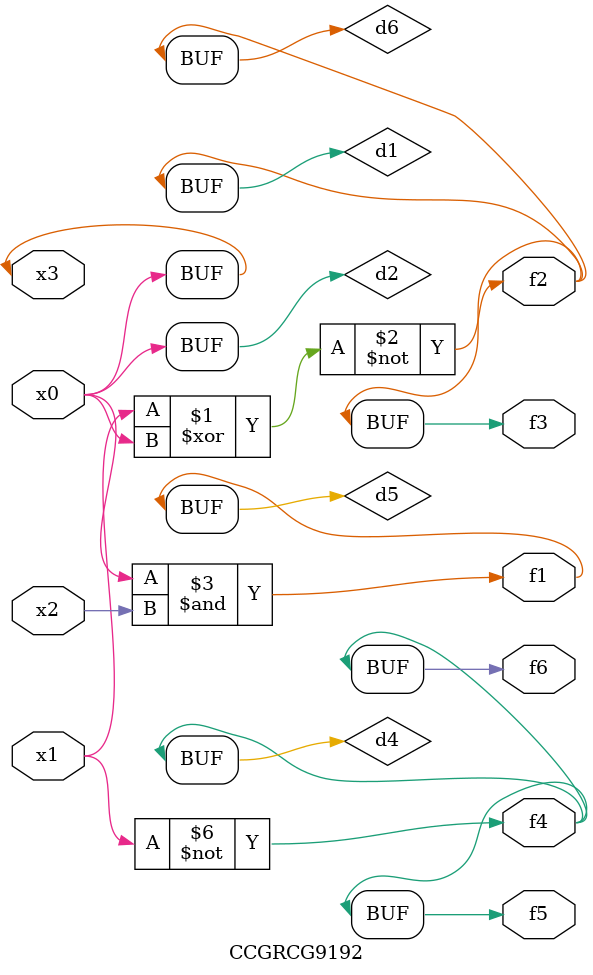
<source format=v>
module CCGRCG9192(
	input x0, x1, x2, x3,
	output f1, f2, f3, f4, f5, f6
);

	wire d1, d2, d3, d4, d5, d6;

	xnor (d1, x1, x3);
	buf (d2, x0, x3);
	nand (d3, x0, x2);
	not (d4, x1);
	nand (d5, d3);
	or (d6, d1);
	assign f1 = d5;
	assign f2 = d6;
	assign f3 = d6;
	assign f4 = d4;
	assign f5 = d4;
	assign f6 = d4;
endmodule

</source>
